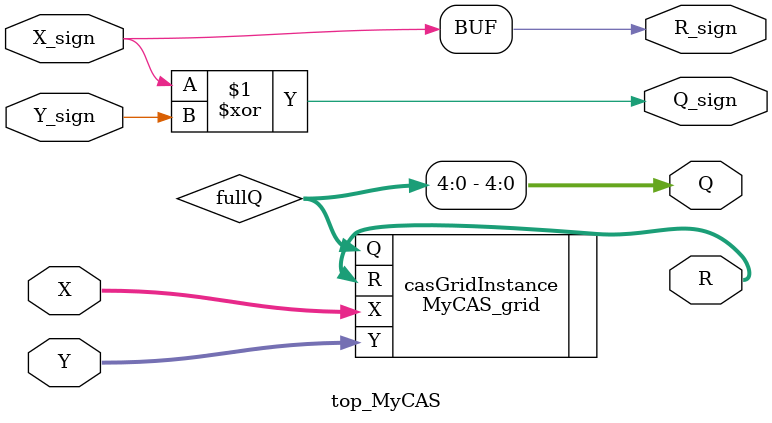
<source format=v>
`timescale 1ns / 1ps


module top_MyCAS(
    input [9:0] X,
    input [4:0] Y,
    input X_sign,
    input Y_sign,
    output [4:0] Q,
    output [4:0] R,
    output Q_sign,
    output R_sign
    );
    wire [5:0]fullQ;//´¦Àíq0µÄ0
    //·ûºÅÔËËã
    assign Q_sign=X_sign^Y_sign;
    assign R_sign=X_sign;
    assign Q=fullQ[4:0];
    
    MyCAS_grid casGridInstance(
        .X(X),
        .Y(Y),
        .Q(fullQ),
        .R(R)
        );
    
    
    
endmodule

</source>
